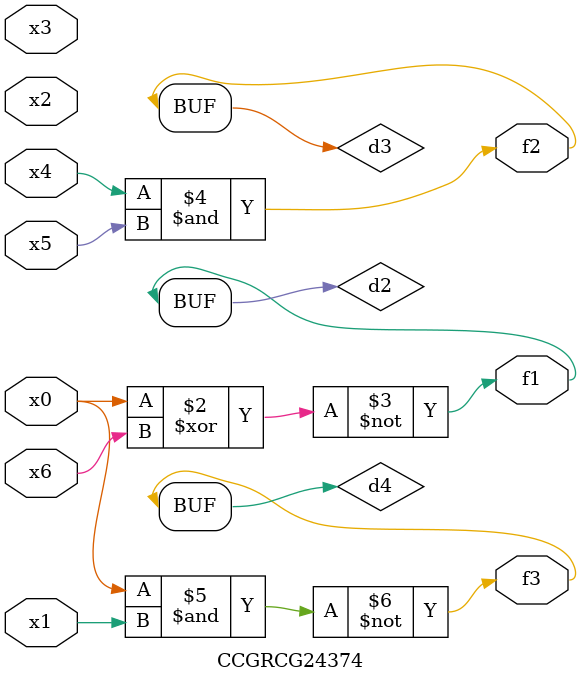
<source format=v>
module CCGRCG24374(
	input x0, x1, x2, x3, x4, x5, x6,
	output f1, f2, f3
);

	wire d1, d2, d3, d4;

	nor (d1, x0);
	xnor (d2, x0, x6);
	and (d3, x4, x5);
	nand (d4, x0, x1);
	assign f1 = d2;
	assign f2 = d3;
	assign f3 = d4;
endmodule

</source>
